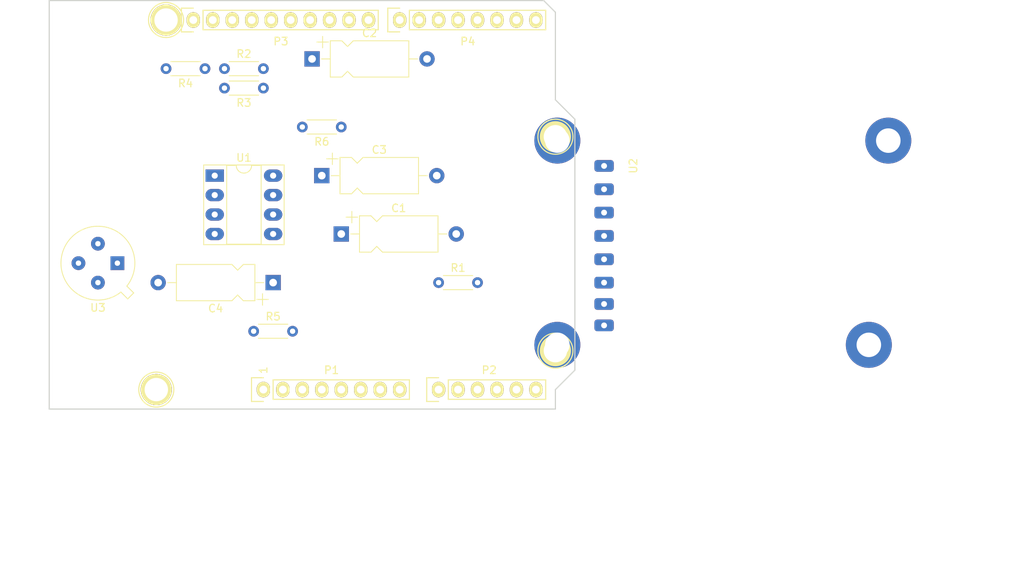
<source format=kicad_pcb>
(kicad_pcb (version 20171130) (host pcbnew "(5.0.0)")

  (general
    (thickness 1.6)
    (drawings 27)
    (tracks 0)
    (zones 0)
    (modules 21)
    (nets 50)
  )

  (page A4)
  (title_block
    (date "lun. 30 mars 2015")
  )

  (layers
    (0 F.Cu signal)
    (31 B.Cu signal)
    (32 B.Adhes user)
    (33 F.Adhes user)
    (34 B.Paste user)
    (35 F.Paste user)
    (36 B.SilkS user)
    (37 F.SilkS user)
    (38 B.Mask user)
    (39 F.Mask user)
    (40 Dwgs.User user)
    (41 Cmts.User user)
    (42 Eco1.User user)
    (43 Eco2.User user)
    (44 Edge.Cuts user)
    (45 Margin user)
    (46 B.CrtYd user)
    (47 F.CrtYd user)
    (48 B.Fab user)
    (49 F.Fab user)
  )

  (setup
    (last_trace_width 0.25)
    (trace_clearance 0.2)
    (zone_clearance 0.508)
    (zone_45_only no)
    (trace_min 0.2)
    (segment_width 0.15)
    (edge_width 0.15)
    (via_size 0.6)
    (via_drill 0.4)
    (via_min_size 0.4)
    (via_min_drill 0.3)
    (uvia_size 0.3)
    (uvia_drill 0.1)
    (uvias_allowed no)
    (uvia_min_size 0.2)
    (uvia_min_drill 0.1)
    (pcb_text_width 0.3)
    (pcb_text_size 1.5 1.5)
    (mod_edge_width 0.15)
    (mod_text_size 1 1)
    (mod_text_width 0.15)
    (pad_size 4.064 4.064)
    (pad_drill 3.048)
    (pad_to_mask_clearance 0)
    (aux_axis_origin 110.998 126.365)
    (grid_origin 110.998 126.365)
    (visible_elements 7FFFFFFF)
    (pcbplotparams
      (layerselection 0x00030_80000001)
      (usegerberextensions false)
      (usegerberattributes false)
      (usegerberadvancedattributes false)
      (creategerberjobfile false)
      (excludeedgelayer true)
      (linewidth 0.100000)
      (plotframeref false)
      (viasonmask false)
      (mode 1)
      (useauxorigin false)
      (hpglpennumber 1)
      (hpglpenspeed 20)
      (hpglpendiameter 15.000000)
      (psnegative false)
      (psa4output false)
      (plotreference true)
      (plotvalue true)
      (plotinvisibletext false)
      (padsonsilk false)
      (subtractmaskfromsilk false)
      (outputformat 1)
      (mirror false)
      (drillshape 1)
      (scaleselection 1)
      (outputdirectory ""))
  )

  (net 0 "")
  (net 1 /IOREF)
  (net 2 /Reset)
  (net 3 +5V)
  (net 4 GND)
  (net 5 /Vin)
  (net 6 /A0)
  (net 7 /A1)
  (net 8 /A2)
  (net 9 /A3)
  (net 10 /AREF)
  (net 11 "/A4(SDA)")
  (net 12 "/A5(SCL)")
  (net 13 "/9(**)")
  (net 14 /8)
  (net 15 /7)
  (net 16 "/6(**)")
  (net 17 "/5(**)")
  (net 18 /4)
  (net 19 "/3(**)")
  (net 20 /2)
  (net 21 "/1(Tx)")
  (net 22 "/0(Rx)")
  (net 23 "Net-(P5-Pad1)")
  (net 24 "Net-(P6-Pad1)")
  (net 25 "Net-(P7-Pad1)")
  (net 26 "Net-(P8-Pad1)")
  (net 27 "/13(SCK)")
  (net 28 "/10(**/SS)")
  (net 29 "Net-(P1-Pad1)")
  (net 30 +3V3)
  (net 31 "/12(MISO)")
  (net 32 "/11(**/MOSI)")
  (net 33 "Net-(C1-Pad1)")
  (net 34 "Net-(C4-Pad2)")
  (net 35 "Net-(C4-Pad1)")
  (net 36 "Net-(R2-Pad2)")
  (net 37 "Net-(R5-Pad1)")
  (net 38 "Net-(U1-Pad1)")
  (net 39 "Net-(U1-Pad5)")
  (net 40 "Net-(U1-Pad8)")
  (net 41 "Net-(U2-Pad7)")
  (net 42 "Net-(U2-Pad4)")
  (net 43 "Net-(U2-Pad3)")
  (net 44 "Net-(U2-Pad2)")
  (net 45 "Net-(U2-Pad1)")
  (net 46 "Net-(U3-Pad1)")
  (net 47 "Net-(U3-Pad3)")
  (net 48 "Net-(P3-Pad1)")
  (net 49 "Net-(P3-Pad2)")

  (net_class Default "This is the default net class."
    (clearance 0.2)
    (trace_width 0.25)
    (via_dia 0.6)
    (via_drill 0.4)
    (uvia_dia 0.3)
    (uvia_drill 0.1)
    (add_net +3V3)
    (add_net +5V)
    (add_net "/0(Rx)")
    (add_net "/1(Tx)")
    (add_net "/10(**/SS)")
    (add_net "/11(**/MOSI)")
    (add_net "/12(MISO)")
    (add_net "/13(SCK)")
    (add_net /2)
    (add_net "/3(**)")
    (add_net /4)
    (add_net "/5(**)")
    (add_net "/6(**)")
    (add_net /7)
    (add_net /8)
    (add_net "/9(**)")
    (add_net /A0)
    (add_net /A1)
    (add_net /A2)
    (add_net /A3)
    (add_net "/A4(SDA)")
    (add_net "/A5(SCL)")
    (add_net /AREF)
    (add_net /IOREF)
    (add_net /Reset)
    (add_net /Vin)
    (add_net GND)
    (add_net "Net-(C1-Pad1)")
    (add_net "Net-(C4-Pad1)")
    (add_net "Net-(C4-Pad2)")
    (add_net "Net-(P1-Pad1)")
    (add_net "Net-(P3-Pad1)")
    (add_net "Net-(P3-Pad2)")
    (add_net "Net-(P5-Pad1)")
    (add_net "Net-(P6-Pad1)")
    (add_net "Net-(P7-Pad1)")
    (add_net "Net-(P8-Pad1)")
    (add_net "Net-(R2-Pad2)")
    (add_net "Net-(R5-Pad1)")
    (add_net "Net-(U1-Pad1)")
    (add_net "Net-(U1-Pad5)")
    (add_net "Net-(U1-Pad8)")
    (add_net "Net-(U2-Pad1)")
    (add_net "Net-(U2-Pad2)")
    (add_net "Net-(U2-Pad3)")
    (add_net "Net-(U2-Pad4)")
    (add_net "Net-(U2-Pad7)")
    (add_net "Net-(U3-Pad1)")
    (add_net "Net-(U3-Pad3)")
  )

  (module Socket_Arduino_Uno:Socket_Strip_Arduino_1x08 locked (layer F.Cu) (tedit 552168D2) (tstamp 551AF9EA)
    (at 138.938 123.825)
    (descr "Through hole socket strip")
    (tags "socket strip")
    (path /56D70129)
    (fp_text reference P1 (at 8.89 -2.54) (layer F.SilkS)
      (effects (font (size 1 1) (thickness 0.15)))
    )
    (fp_text value Power (at 8.89 -4.064) (layer F.Fab)
      (effects (font (size 1 1) (thickness 0.15)))
    )
    (fp_line (start -1.75 -1.75) (end -1.75 1.75) (layer F.CrtYd) (width 0.05))
    (fp_line (start 19.55 -1.75) (end 19.55 1.75) (layer F.CrtYd) (width 0.05))
    (fp_line (start -1.75 -1.75) (end 19.55 -1.75) (layer F.CrtYd) (width 0.05))
    (fp_line (start -1.75 1.75) (end 19.55 1.75) (layer F.CrtYd) (width 0.05))
    (fp_line (start 1.27 1.27) (end 19.05 1.27) (layer F.SilkS) (width 0.15))
    (fp_line (start 19.05 1.27) (end 19.05 -1.27) (layer F.SilkS) (width 0.15))
    (fp_line (start 19.05 -1.27) (end 1.27 -1.27) (layer F.SilkS) (width 0.15))
    (fp_line (start -1.55 1.55) (end 0 1.55) (layer F.SilkS) (width 0.15))
    (fp_line (start 1.27 1.27) (end 1.27 -1.27) (layer F.SilkS) (width 0.15))
    (fp_line (start 0 -1.55) (end -1.55 -1.55) (layer F.SilkS) (width 0.15))
    (fp_line (start -1.55 -1.55) (end -1.55 1.55) (layer F.SilkS) (width 0.15))
    (pad 1 thru_hole oval (at 0 0) (size 1.7272 2.032) (drill 1.016) (layers *.Cu *.Mask F.SilkS)
      (net 29 "Net-(P1-Pad1)"))
    (pad 2 thru_hole oval (at 2.54 0) (size 1.7272 2.032) (drill 1.016) (layers *.Cu *.Mask F.SilkS)
      (net 1 /IOREF))
    (pad 3 thru_hole oval (at 5.08 0) (size 1.7272 2.032) (drill 1.016) (layers *.Cu *.Mask F.SilkS)
      (net 2 /Reset))
    (pad 4 thru_hole oval (at 7.62 0) (size 1.7272 2.032) (drill 1.016) (layers *.Cu *.Mask F.SilkS)
      (net 30 +3V3))
    (pad 5 thru_hole oval (at 10.16 0) (size 1.7272 2.032) (drill 1.016) (layers *.Cu *.Mask F.SilkS)
      (net 3 +5V))
    (pad 6 thru_hole oval (at 12.7 0) (size 1.7272 2.032) (drill 1.016) (layers *.Cu *.Mask F.SilkS)
      (net 4 GND))
    (pad 7 thru_hole oval (at 15.24 0) (size 1.7272 2.032) (drill 1.016) (layers *.Cu *.Mask F.SilkS)
      (net 4 GND))
    (pad 8 thru_hole oval (at 17.78 0) (size 1.7272 2.032) (drill 1.016) (layers *.Cu *.Mask F.SilkS)
      (net 5 /Vin))
    (model ${KIPRJMOD}/Socket_Arduino_Uno.3dshapes/Socket_header_Arduino_1x08.wrl
      (offset (xyz 8.889999866485596 0 0))
      (scale (xyz 1 1 1))
      (rotate (xyz 0 0 180))
    )
  )

  (module Socket_Arduino_Uno:Socket_Strip_Arduino_1x06 locked (layer F.Cu) (tedit 552168D6) (tstamp 551AF9FF)
    (at 161.798 123.825)
    (descr "Through hole socket strip")
    (tags "socket strip")
    (path /56D70DD8)
    (fp_text reference P2 (at 6.604 -2.54) (layer F.SilkS)
      (effects (font (size 1 1) (thickness 0.15)))
    )
    (fp_text value Analog (at 6.604 -4.064) (layer F.Fab)
      (effects (font (size 1 1) (thickness 0.15)))
    )
    (fp_line (start -1.75 -1.75) (end -1.75 1.75) (layer F.CrtYd) (width 0.05))
    (fp_line (start 14.45 -1.75) (end 14.45 1.75) (layer F.CrtYd) (width 0.05))
    (fp_line (start -1.75 -1.75) (end 14.45 -1.75) (layer F.CrtYd) (width 0.05))
    (fp_line (start -1.75 1.75) (end 14.45 1.75) (layer F.CrtYd) (width 0.05))
    (fp_line (start 1.27 1.27) (end 13.97 1.27) (layer F.SilkS) (width 0.15))
    (fp_line (start 13.97 1.27) (end 13.97 -1.27) (layer F.SilkS) (width 0.15))
    (fp_line (start 13.97 -1.27) (end 1.27 -1.27) (layer F.SilkS) (width 0.15))
    (fp_line (start -1.55 1.55) (end 0 1.55) (layer F.SilkS) (width 0.15))
    (fp_line (start 1.27 1.27) (end 1.27 -1.27) (layer F.SilkS) (width 0.15))
    (fp_line (start 0 -1.55) (end -1.55 -1.55) (layer F.SilkS) (width 0.15))
    (fp_line (start -1.55 -1.55) (end -1.55 1.55) (layer F.SilkS) (width 0.15))
    (pad 1 thru_hole oval (at 0 0) (size 1.7272 2.032) (drill 1.016) (layers *.Cu *.Mask F.SilkS)
      (net 6 /A0))
    (pad 2 thru_hole oval (at 2.54 0) (size 1.7272 2.032) (drill 1.016) (layers *.Cu *.Mask F.SilkS)
      (net 7 /A1))
    (pad 3 thru_hole oval (at 5.08 0) (size 1.7272 2.032) (drill 1.016) (layers *.Cu *.Mask F.SilkS)
      (net 8 /A2))
    (pad 4 thru_hole oval (at 7.62 0) (size 1.7272 2.032) (drill 1.016) (layers *.Cu *.Mask F.SilkS)
      (net 9 /A3))
    (pad 5 thru_hole oval (at 10.16 0) (size 1.7272 2.032) (drill 1.016) (layers *.Cu *.Mask F.SilkS)
      (net 11 "/A4(SDA)"))
    (pad 6 thru_hole oval (at 12.7 0) (size 1.7272 2.032) (drill 1.016) (layers *.Cu *.Mask F.SilkS)
      (net 12 "/A5(SCL)"))
    (model ${KIPRJMOD}/Socket_Arduino_Uno.3dshapes/Socket_header_Arduino_1x06.wrl
      (offset (xyz 6.349999904632568 0 0))
      (scale (xyz 1 1 1))
      (rotate (xyz 0 0 180))
    )
  )

  (module Socket_Arduino_Uno:Socket_Strip_Arduino_1x10 locked (layer F.Cu) (tedit 552168BF) (tstamp 551AFA18)
    (at 129.794 75.565)
    (descr "Through hole socket strip")
    (tags "socket strip")
    (path /56D721E0)
    (fp_text reference P3 (at 11.43 2.794) (layer F.SilkS)
      (effects (font (size 1 1) (thickness 0.15)))
    )
    (fp_text value Digital (at 11.43 4.318) (layer F.Fab)
      (effects (font (size 1 1) (thickness 0.15)))
    )
    (fp_line (start -1.75 -1.75) (end -1.75 1.75) (layer F.CrtYd) (width 0.05))
    (fp_line (start 24.65 -1.75) (end 24.65 1.75) (layer F.CrtYd) (width 0.05))
    (fp_line (start -1.75 -1.75) (end 24.65 -1.75) (layer F.CrtYd) (width 0.05))
    (fp_line (start -1.75 1.75) (end 24.65 1.75) (layer F.CrtYd) (width 0.05))
    (fp_line (start 1.27 1.27) (end 24.13 1.27) (layer F.SilkS) (width 0.15))
    (fp_line (start 24.13 1.27) (end 24.13 -1.27) (layer F.SilkS) (width 0.15))
    (fp_line (start 24.13 -1.27) (end 1.27 -1.27) (layer F.SilkS) (width 0.15))
    (fp_line (start -1.55 1.55) (end 0 1.55) (layer F.SilkS) (width 0.15))
    (fp_line (start 1.27 1.27) (end 1.27 -1.27) (layer F.SilkS) (width 0.15))
    (fp_line (start 0 -1.55) (end -1.55 -1.55) (layer F.SilkS) (width 0.15))
    (fp_line (start -1.55 -1.55) (end -1.55 1.55) (layer F.SilkS) (width 0.15))
    (pad 1 thru_hole oval (at 0 0) (size 1.7272 2.032) (drill 1.016) (layers *.Cu *.Mask F.SilkS)
      (net 48 "Net-(P3-Pad1)"))
    (pad 2 thru_hole oval (at 2.54 0) (size 1.7272 2.032) (drill 1.016) (layers *.Cu *.Mask F.SilkS)
      (net 49 "Net-(P3-Pad2)"))
    (pad 3 thru_hole oval (at 5.08 0) (size 1.7272 2.032) (drill 1.016) (layers *.Cu *.Mask F.SilkS)
      (net 10 /AREF))
    (pad 4 thru_hole oval (at 7.62 0) (size 1.7272 2.032) (drill 1.016) (layers *.Cu *.Mask F.SilkS)
      (net 4 GND))
    (pad 5 thru_hole oval (at 10.16 0) (size 1.7272 2.032) (drill 1.016) (layers *.Cu *.Mask F.SilkS)
      (net 27 "/13(SCK)"))
    (pad 6 thru_hole oval (at 12.7 0) (size 1.7272 2.032) (drill 1.016) (layers *.Cu *.Mask F.SilkS)
      (net 31 "/12(MISO)"))
    (pad 7 thru_hole oval (at 15.24 0) (size 1.7272 2.032) (drill 1.016) (layers *.Cu *.Mask F.SilkS)
      (net 32 "/11(**/MOSI)"))
    (pad 8 thru_hole oval (at 17.78 0) (size 1.7272 2.032) (drill 1.016) (layers *.Cu *.Mask F.SilkS)
      (net 28 "/10(**/SS)"))
    (pad 9 thru_hole oval (at 20.32 0) (size 1.7272 2.032) (drill 1.016) (layers *.Cu *.Mask F.SilkS)
      (net 13 "/9(**)"))
    (pad 10 thru_hole oval (at 22.86 0) (size 1.7272 2.032) (drill 1.016) (layers *.Cu *.Mask F.SilkS)
      (net 14 /8))
    (model ${KIPRJMOD}/Socket_Arduino_Uno.3dshapes/Socket_header_Arduino_1x10.wrl
      (offset (xyz 11.42999982833862 0 0))
      (scale (xyz 1 1 1))
      (rotate (xyz 0 0 180))
    )
  )

  (module Socket_Arduino_Uno:Socket_Strip_Arduino_1x08 locked (layer F.Cu) (tedit 552168C7) (tstamp 551AFA2F)
    (at 156.718 75.565)
    (descr "Through hole socket strip")
    (tags "socket strip")
    (path /56D7164F)
    (fp_text reference P4 (at 8.89 2.794) (layer F.SilkS)
      (effects (font (size 1 1) (thickness 0.15)))
    )
    (fp_text value Digital (at 8.89 4.318) (layer F.Fab)
      (effects (font (size 1 1) (thickness 0.15)))
    )
    (fp_line (start -1.75 -1.75) (end -1.75 1.75) (layer F.CrtYd) (width 0.05))
    (fp_line (start 19.55 -1.75) (end 19.55 1.75) (layer F.CrtYd) (width 0.05))
    (fp_line (start -1.75 -1.75) (end 19.55 -1.75) (layer F.CrtYd) (width 0.05))
    (fp_line (start -1.75 1.75) (end 19.55 1.75) (layer F.CrtYd) (width 0.05))
    (fp_line (start 1.27 1.27) (end 19.05 1.27) (layer F.SilkS) (width 0.15))
    (fp_line (start 19.05 1.27) (end 19.05 -1.27) (layer F.SilkS) (width 0.15))
    (fp_line (start 19.05 -1.27) (end 1.27 -1.27) (layer F.SilkS) (width 0.15))
    (fp_line (start -1.55 1.55) (end 0 1.55) (layer F.SilkS) (width 0.15))
    (fp_line (start 1.27 1.27) (end 1.27 -1.27) (layer F.SilkS) (width 0.15))
    (fp_line (start 0 -1.55) (end -1.55 -1.55) (layer F.SilkS) (width 0.15))
    (fp_line (start -1.55 -1.55) (end -1.55 1.55) (layer F.SilkS) (width 0.15))
    (pad 1 thru_hole oval (at 0 0) (size 1.7272 2.032) (drill 1.016) (layers *.Cu *.Mask F.SilkS)
      (net 15 /7))
    (pad 2 thru_hole oval (at 2.54 0) (size 1.7272 2.032) (drill 1.016) (layers *.Cu *.Mask F.SilkS)
      (net 16 "/6(**)"))
    (pad 3 thru_hole oval (at 5.08 0) (size 1.7272 2.032) (drill 1.016) (layers *.Cu *.Mask F.SilkS)
      (net 17 "/5(**)"))
    (pad 4 thru_hole oval (at 7.62 0) (size 1.7272 2.032) (drill 1.016) (layers *.Cu *.Mask F.SilkS)
      (net 18 /4))
    (pad 5 thru_hole oval (at 10.16 0) (size 1.7272 2.032) (drill 1.016) (layers *.Cu *.Mask F.SilkS)
      (net 19 "/3(**)"))
    (pad 6 thru_hole oval (at 12.7 0) (size 1.7272 2.032) (drill 1.016) (layers *.Cu *.Mask F.SilkS)
      (net 20 /2))
    (pad 7 thru_hole oval (at 15.24 0) (size 1.7272 2.032) (drill 1.016) (layers *.Cu *.Mask F.SilkS)
      (net 21 "/1(Tx)"))
    (pad 8 thru_hole oval (at 17.78 0) (size 1.7272 2.032) (drill 1.016) (layers *.Cu *.Mask F.SilkS)
      (net 22 "/0(Rx)"))
    (model ${KIPRJMOD}/Socket_Arduino_Uno.3dshapes/Socket_header_Arduino_1x08.wrl
      (offset (xyz 8.889999866485596 0 0))
      (scale (xyz 1 1 1))
      (rotate (xyz 0 0 180))
    )
  )

  (module Socket_Arduino_Uno:Arduino_1pin locked (layer F.Cu) (tedit 5524FC39) (tstamp 5524FC3F)
    (at 124.968 123.825)
    (descr "module 1 pin (ou trou mecanique de percage)")
    (tags DEV)
    (path /56D71177)
    (fp_text reference P5 (at 0 -3.048) (layer F.SilkS) hide
      (effects (font (size 1 1) (thickness 0.15)))
    )
    (fp_text value CONN_01X01 (at 0 2.794) (layer F.Fab) hide
      (effects (font (size 1 1) (thickness 0.15)))
    )
    (fp_circle (center 0 0) (end 0 -2.286) (layer F.SilkS) (width 0.15))
    (pad 1 thru_hole circle (at 0 0) (size 4.064 4.064) (drill 3.048) (layers *.Cu *.Mask F.SilkS)
      (net 23 "Net-(P5-Pad1)"))
  )

  (module Socket_Arduino_Uno:Arduino_1pin locked (layer F.Cu) (tedit 5524FC4A) (tstamp 5524FC44)
    (at 177.038 118.745)
    (descr "module 1 pin (ou trou mecanique de percage)")
    (tags DEV)
    (path /56D71274)
    (fp_text reference P6 (at 0 -3.048) (layer F.SilkS) hide
      (effects (font (size 1 1) (thickness 0.15)))
    )
    (fp_text value CONN_01X01 (at 0 2.794) (layer F.Fab) hide
      (effects (font (size 1 1) (thickness 0.15)))
    )
    (fp_circle (center 0 0) (end 0 -2.286) (layer F.SilkS) (width 0.15))
    (pad 1 thru_hole circle (at 0 0) (size 4.064 4.064) (drill 3.048) (layers *.Cu *.Mask F.SilkS)
      (net 24 "Net-(P6-Pad1)"))
  )

  (module Socket_Arduino_Uno:Arduino_1pin locked (layer F.Cu) (tedit 5524FC2F) (tstamp 5524FC49)
    (at 126.238 75.565)
    (descr "module 1 pin (ou trou mecanique de percage)")
    (tags DEV)
    (path /56D712A8)
    (fp_text reference P7 (at 0 -3.048) (layer F.SilkS) hide
      (effects (font (size 1 1) (thickness 0.15)))
    )
    (fp_text value CONN_01X01 (at 0 2.794) (layer F.Fab) hide
      (effects (font (size 1 1) (thickness 0.15)))
    )
    (fp_circle (center 0 0) (end 0 -2.286) (layer F.SilkS) (width 0.15))
    (pad 1 thru_hole circle (at 0 0) (size 4.064 4.064) (drill 3.048) (layers *.Cu *.Mask F.SilkS)
      (net 25 "Net-(P7-Pad1)"))
  )

  (module Socket_Arduino_Uno:Arduino_1pin locked (layer F.Cu) (tedit 5524FC41) (tstamp 5524FC4E)
    (at 177.038 90.805)
    (descr "module 1 pin (ou trou mecanique de percage)")
    (tags DEV)
    (path /56D712DB)
    (fp_text reference P8 (at 0 -3.048) (layer F.SilkS) hide
      (effects (font (size 1 1) (thickness 0.15)))
    )
    (fp_text value CONN_01X01 (at 0 2.794) (layer F.Fab) hide
      (effects (font (size 1 1) (thickness 0.15)))
    )
    (fp_circle (center 0 0) (end 0 -2.286) (layer F.SilkS) (width 0.15))
    (pad 1 thru_hole circle (at 0 0) (size 4.064 4.064) (drill 3.048) (layers *.Cu *.Mask F.SilkS)
      (net 26 "Net-(P8-Pad1)"))
  )

  (module Capacitor_THT:CP_Axial_L10.0mm_D4.5mm_P15.00mm_Horizontal (layer F.Cu) (tedit 5AE50EF2) (tstamp 5C16E54E)
    (at 149.098 103.505)
    (descr "CP, Axial series, Axial, Horizontal, pin pitch=15mm, , length*diameter=10*4.5mm^2, Electrolytic Capacitor, , http://www.vishay.com/docs/28325/021asm.pdf")
    (tags "CP Axial series Axial Horizontal pin pitch 15mm  length 10mm diameter 4.5mm Electrolytic Capacitor")
    (path /5BFF0630)
    (fp_text reference C1 (at 7.5 -3.37) (layer F.SilkS)
      (effects (font (size 1 1) (thickness 0.15)))
    )
    (fp_text value 100n (at 7.5 3.37) (layer F.Fab)
      (effects (font (size 1 1) (thickness 0.15)))
    )
    (fp_text user %R (at 7.5 0) (layer F.Fab)
      (effects (font (size 1 1) (thickness 0.15)))
    )
    (fp_line (start 16.25 -2.5) (end -1.25 -2.5) (layer F.CrtYd) (width 0.05))
    (fp_line (start 16.25 2.5) (end 16.25 -2.5) (layer F.CrtYd) (width 0.05))
    (fp_line (start -1.25 2.5) (end 16.25 2.5) (layer F.CrtYd) (width 0.05))
    (fp_line (start -1.25 -2.5) (end -1.25 2.5) (layer F.CrtYd) (width 0.05))
    (fp_line (start 13.76 0) (end 12.62 0) (layer F.SilkS) (width 0.12))
    (fp_line (start 1.24 0) (end 2.38 0) (layer F.SilkS) (width 0.12))
    (fp_line (start 5.38 2.37) (end 12.62 2.37) (layer F.SilkS) (width 0.12))
    (fp_line (start 4.63 1.62) (end 5.38 2.37) (layer F.SilkS) (width 0.12))
    (fp_line (start 3.88 2.37) (end 4.63 1.62) (layer F.SilkS) (width 0.12))
    (fp_line (start 2.38 2.37) (end 3.88 2.37) (layer F.SilkS) (width 0.12))
    (fp_line (start 5.38 -2.37) (end 12.62 -2.37) (layer F.SilkS) (width 0.12))
    (fp_line (start 4.63 -1.62) (end 5.38 -2.37) (layer F.SilkS) (width 0.12))
    (fp_line (start 3.88 -2.37) (end 4.63 -1.62) (layer F.SilkS) (width 0.12))
    (fp_line (start 2.38 -2.37) (end 3.88 -2.37) (layer F.SilkS) (width 0.12))
    (fp_line (start 12.62 -2.37) (end 12.62 2.37) (layer F.SilkS) (width 0.12))
    (fp_line (start 2.38 -2.37) (end 2.38 2.37) (layer F.SilkS) (width 0.12))
    (fp_line (start 1.38 -2.95) (end 1.38 -1.45) (layer F.SilkS) (width 0.12))
    (fp_line (start 0.63 -2.2) (end 2.13 -2.2) (layer F.SilkS) (width 0.12))
    (fp_line (start 4.65 -0.75) (end 4.65 0.75) (layer F.Fab) (width 0.1))
    (fp_line (start 3.9 0) (end 5.4 0) (layer F.Fab) (width 0.1))
    (fp_line (start 15 0) (end 12.5 0) (layer F.Fab) (width 0.1))
    (fp_line (start 0 0) (end 2.5 0) (layer F.Fab) (width 0.1))
    (fp_line (start 5.38 2.25) (end 12.5 2.25) (layer F.Fab) (width 0.1))
    (fp_line (start 4.63 1.5) (end 5.38 2.25) (layer F.Fab) (width 0.1))
    (fp_line (start 3.88 2.25) (end 4.63 1.5) (layer F.Fab) (width 0.1))
    (fp_line (start 2.5 2.25) (end 3.88 2.25) (layer F.Fab) (width 0.1))
    (fp_line (start 5.38 -2.25) (end 12.5 -2.25) (layer F.Fab) (width 0.1))
    (fp_line (start 4.63 -1.5) (end 5.38 -2.25) (layer F.Fab) (width 0.1))
    (fp_line (start 3.88 -2.25) (end 4.63 -1.5) (layer F.Fab) (width 0.1))
    (fp_line (start 2.5 -2.25) (end 3.88 -2.25) (layer F.Fab) (width 0.1))
    (fp_line (start 12.5 -2.25) (end 12.5 2.25) (layer F.Fab) (width 0.1))
    (fp_line (start 2.5 -2.25) (end 2.5 2.25) (layer F.Fab) (width 0.1))
    (pad 2 thru_hole oval (at 15 0) (size 2 2) (drill 1) (layers *.Cu *.Mask)
      (net 4 GND))
    (pad 1 thru_hole rect (at 0 0) (size 2 2) (drill 1) (layers *.Cu *.Mask)
      (net 33 "Net-(C1-Pad1)"))
    (model ${KISYS3DMOD}/Capacitor_THT.3dshapes/CP_Axial_L10.0mm_D4.5mm_P15.00mm_Horizontal.wrl
      (at (xyz 0 0 0))
      (scale (xyz 1 1 1))
      (rotate (xyz 0 0 0))
    )
  )

  (module Capacitor_THT:CP_Axial_L10.0mm_D4.5mm_P15.00mm_Horizontal (layer F.Cu) (tedit 5AE50EF2) (tstamp 5C16E575)
    (at 145.288 80.645)
    (descr "CP, Axial series, Axial, Horizontal, pin pitch=15mm, , length*diameter=10*4.5mm^2, Electrolytic Capacitor, , http://www.vishay.com/docs/28325/021asm.pdf")
    (tags "CP Axial series Axial Horizontal pin pitch 15mm  length 10mm diameter 4.5mm Electrolytic Capacitor")
    (path /5BFF058C)
    (fp_text reference C2 (at 7.5 -3.37) (layer F.SilkS)
      (effects (font (size 1 1) (thickness 0.15)))
    )
    (fp_text value 100n (at 7.5 3.37) (layer F.Fab)
      (effects (font (size 1 1) (thickness 0.15)))
    )
    (fp_line (start 2.5 -2.25) (end 2.5 2.25) (layer F.Fab) (width 0.1))
    (fp_line (start 12.5 -2.25) (end 12.5 2.25) (layer F.Fab) (width 0.1))
    (fp_line (start 2.5 -2.25) (end 3.88 -2.25) (layer F.Fab) (width 0.1))
    (fp_line (start 3.88 -2.25) (end 4.63 -1.5) (layer F.Fab) (width 0.1))
    (fp_line (start 4.63 -1.5) (end 5.38 -2.25) (layer F.Fab) (width 0.1))
    (fp_line (start 5.38 -2.25) (end 12.5 -2.25) (layer F.Fab) (width 0.1))
    (fp_line (start 2.5 2.25) (end 3.88 2.25) (layer F.Fab) (width 0.1))
    (fp_line (start 3.88 2.25) (end 4.63 1.5) (layer F.Fab) (width 0.1))
    (fp_line (start 4.63 1.5) (end 5.38 2.25) (layer F.Fab) (width 0.1))
    (fp_line (start 5.38 2.25) (end 12.5 2.25) (layer F.Fab) (width 0.1))
    (fp_line (start 0 0) (end 2.5 0) (layer F.Fab) (width 0.1))
    (fp_line (start 15 0) (end 12.5 0) (layer F.Fab) (width 0.1))
    (fp_line (start 3.9 0) (end 5.4 0) (layer F.Fab) (width 0.1))
    (fp_line (start 4.65 -0.75) (end 4.65 0.75) (layer F.Fab) (width 0.1))
    (fp_line (start 0.63 -2.2) (end 2.13 -2.2) (layer F.SilkS) (width 0.12))
    (fp_line (start 1.38 -2.95) (end 1.38 -1.45) (layer F.SilkS) (width 0.12))
    (fp_line (start 2.38 -2.37) (end 2.38 2.37) (layer F.SilkS) (width 0.12))
    (fp_line (start 12.62 -2.37) (end 12.62 2.37) (layer F.SilkS) (width 0.12))
    (fp_line (start 2.38 -2.37) (end 3.88 -2.37) (layer F.SilkS) (width 0.12))
    (fp_line (start 3.88 -2.37) (end 4.63 -1.62) (layer F.SilkS) (width 0.12))
    (fp_line (start 4.63 -1.62) (end 5.38 -2.37) (layer F.SilkS) (width 0.12))
    (fp_line (start 5.38 -2.37) (end 12.62 -2.37) (layer F.SilkS) (width 0.12))
    (fp_line (start 2.38 2.37) (end 3.88 2.37) (layer F.SilkS) (width 0.12))
    (fp_line (start 3.88 2.37) (end 4.63 1.62) (layer F.SilkS) (width 0.12))
    (fp_line (start 4.63 1.62) (end 5.38 2.37) (layer F.SilkS) (width 0.12))
    (fp_line (start 5.38 2.37) (end 12.62 2.37) (layer F.SilkS) (width 0.12))
    (fp_line (start 1.24 0) (end 2.38 0) (layer F.SilkS) (width 0.12))
    (fp_line (start 13.76 0) (end 12.62 0) (layer F.SilkS) (width 0.12))
    (fp_line (start -1.25 -2.5) (end -1.25 2.5) (layer F.CrtYd) (width 0.05))
    (fp_line (start -1.25 2.5) (end 16.25 2.5) (layer F.CrtYd) (width 0.05))
    (fp_line (start 16.25 2.5) (end 16.25 -2.5) (layer F.CrtYd) (width 0.05))
    (fp_line (start 16.25 -2.5) (end -1.25 -2.5) (layer F.CrtYd) (width 0.05))
    (fp_text user %R (at 8.89 0) (layer F.Fab)
      (effects (font (size 1 1) (thickness 0.15)))
    )
    (pad 1 thru_hole rect (at 0 0) (size 2 2) (drill 1) (layers *.Cu *.Mask)
      (net 4 GND))
    (pad 2 thru_hole oval (at 15 0) (size 2 2) (drill 1) (layers *.Cu *.Mask)
      (net 6 /A0))
    (model ${KISYS3DMOD}/Capacitor_THT.3dshapes/CP_Axial_L10.0mm_D4.5mm_P15.00mm_Horizontal.wrl
      (at (xyz 0 0 0))
      (scale (xyz 1 1 1))
      (rotate (xyz 0 0 0))
    )
  )

  (module Capacitor_THT:CP_Axial_L10.0mm_D4.5mm_P15.00mm_Horizontal (layer F.Cu) (tedit 5AE50EF2) (tstamp 5C16E59C)
    (at 146.558 95.885)
    (descr "CP, Axial series, Axial, Horizontal, pin pitch=15mm, , length*diameter=10*4.5mm^2, Electrolytic Capacitor, , http://www.vishay.com/docs/28325/021asm.pdf")
    (tags "CP Axial series Axial Horizontal pin pitch 15mm  length 10mm diameter 4.5mm Electrolytic Capacitor")
    (path /5BFF06F4)
    (fp_text reference C3 (at 7.5 -3.37) (layer F.SilkS)
      (effects (font (size 1 1) (thickness 0.15)))
    )
    (fp_text value 100n (at 7.5 3.37) (layer F.Fab)
      (effects (font (size 1 1) (thickness 0.15)))
    )
    (fp_line (start 2.5 -2.25) (end 2.5 2.25) (layer F.Fab) (width 0.1))
    (fp_line (start 12.5 -2.25) (end 12.5 2.25) (layer F.Fab) (width 0.1))
    (fp_line (start 2.5 -2.25) (end 3.88 -2.25) (layer F.Fab) (width 0.1))
    (fp_line (start 3.88 -2.25) (end 4.63 -1.5) (layer F.Fab) (width 0.1))
    (fp_line (start 4.63 -1.5) (end 5.38 -2.25) (layer F.Fab) (width 0.1))
    (fp_line (start 5.38 -2.25) (end 12.5 -2.25) (layer F.Fab) (width 0.1))
    (fp_line (start 2.5 2.25) (end 3.88 2.25) (layer F.Fab) (width 0.1))
    (fp_line (start 3.88 2.25) (end 4.63 1.5) (layer F.Fab) (width 0.1))
    (fp_line (start 4.63 1.5) (end 5.38 2.25) (layer F.Fab) (width 0.1))
    (fp_line (start 5.38 2.25) (end 12.5 2.25) (layer F.Fab) (width 0.1))
    (fp_line (start 0 0) (end 2.5 0) (layer F.Fab) (width 0.1))
    (fp_line (start 15 0) (end 12.5 0) (layer F.Fab) (width 0.1))
    (fp_line (start 3.9 0) (end 5.4 0) (layer F.Fab) (width 0.1))
    (fp_line (start 4.65 -0.75) (end 4.65 0.75) (layer F.Fab) (width 0.1))
    (fp_line (start 0.63 -2.2) (end 2.13 -2.2) (layer F.SilkS) (width 0.12))
    (fp_line (start 1.38 -2.95) (end 1.38 -1.45) (layer F.SilkS) (width 0.12))
    (fp_line (start 2.38 -2.37) (end 2.38 2.37) (layer F.SilkS) (width 0.12))
    (fp_line (start 12.62 -2.37) (end 12.62 2.37) (layer F.SilkS) (width 0.12))
    (fp_line (start 2.38 -2.37) (end 3.88 -2.37) (layer F.SilkS) (width 0.12))
    (fp_line (start 3.88 -2.37) (end 4.63 -1.62) (layer F.SilkS) (width 0.12))
    (fp_line (start 4.63 -1.62) (end 5.38 -2.37) (layer F.SilkS) (width 0.12))
    (fp_line (start 5.38 -2.37) (end 12.62 -2.37) (layer F.SilkS) (width 0.12))
    (fp_line (start 2.38 2.37) (end 3.88 2.37) (layer F.SilkS) (width 0.12))
    (fp_line (start 3.88 2.37) (end 4.63 1.62) (layer F.SilkS) (width 0.12))
    (fp_line (start 4.63 1.62) (end 5.38 2.37) (layer F.SilkS) (width 0.12))
    (fp_line (start 5.38 2.37) (end 12.62 2.37) (layer F.SilkS) (width 0.12))
    (fp_line (start 1.24 0) (end 2.38 0) (layer F.SilkS) (width 0.12))
    (fp_line (start 13.76 0) (end 12.62 0) (layer F.SilkS) (width 0.12))
    (fp_line (start -1.25 -2.5) (end -1.25 2.5) (layer F.CrtYd) (width 0.05))
    (fp_line (start -1.25 2.5) (end 16.25 2.5) (layer F.CrtYd) (width 0.05))
    (fp_line (start 16.25 2.5) (end 16.25 -2.5) (layer F.CrtYd) (width 0.05))
    (fp_line (start 16.25 -2.5) (end -1.25 -2.5) (layer F.CrtYd) (width 0.05))
    (fp_text user %R (at 7.62 0) (layer F.Fab)
      (effects (font (size 1 1) (thickness 0.15)))
    )
    (pad 1 thru_hole rect (at 0 0) (size 2 2) (drill 1) (layers *.Cu *.Mask)
      (net 3 +5V))
    (pad 2 thru_hole oval (at 15 0) (size 2 2) (drill 1) (layers *.Cu *.Mask)
      (net 4 GND))
    (model ${KISYS3DMOD}/Capacitor_THT.3dshapes/CP_Axial_L10.0mm_D4.5mm_P15.00mm_Horizontal.wrl
      (at (xyz 0 0 0))
      (scale (xyz 1 1 1))
      (rotate (xyz 0 0 0))
    )
  )

  (module Capacitor_THT:CP_Axial_L10.0mm_D4.5mm_P15.00mm_Horizontal (layer F.Cu) (tedit 5AE50EF2) (tstamp 5C16E5C3)
    (at 140.208 109.855 180)
    (descr "CP, Axial series, Axial, Horizontal, pin pitch=15mm, , length*diameter=10*4.5mm^2, Electrolytic Capacitor, , http://www.vishay.com/docs/28325/021asm.pdf")
    (tags "CP Axial series Axial Horizontal pin pitch 15mm  length 10mm diameter 4.5mm Electrolytic Capacitor")
    (path /5BFF04B6)
    (fp_text reference C4 (at 7.5 -3.37 180) (layer F.SilkS)
      (effects (font (size 1 1) (thickness 0.15)))
    )
    (fp_text value 1u (at 7.5 3.37 180) (layer F.Fab)
      (effects (font (size 1 1) (thickness 0.15)))
    )
    (fp_line (start 2.5 -2.25) (end 2.5 2.25) (layer F.Fab) (width 0.1))
    (fp_line (start 12.5 -2.25) (end 12.5 2.25) (layer F.Fab) (width 0.1))
    (fp_line (start 2.5 -2.25) (end 3.88 -2.25) (layer F.Fab) (width 0.1))
    (fp_line (start 3.88 -2.25) (end 4.63 -1.5) (layer F.Fab) (width 0.1))
    (fp_line (start 4.63 -1.5) (end 5.38 -2.25) (layer F.Fab) (width 0.1))
    (fp_line (start 5.38 -2.25) (end 12.5 -2.25) (layer F.Fab) (width 0.1))
    (fp_line (start 2.5 2.25) (end 3.88 2.25) (layer F.Fab) (width 0.1))
    (fp_line (start 3.88 2.25) (end 4.63 1.5) (layer F.Fab) (width 0.1))
    (fp_line (start 4.63 1.5) (end 5.38 2.25) (layer F.Fab) (width 0.1))
    (fp_line (start 5.38 2.25) (end 12.5 2.25) (layer F.Fab) (width 0.1))
    (fp_line (start 0 0) (end 2.5 0) (layer F.Fab) (width 0.1))
    (fp_line (start 15 0) (end 12.5 0) (layer F.Fab) (width 0.1))
    (fp_line (start 3.9 0) (end 5.4 0) (layer F.Fab) (width 0.1))
    (fp_line (start 4.65 -0.75) (end 4.65 0.75) (layer F.Fab) (width 0.1))
    (fp_line (start 0.63 -2.2) (end 2.13 -2.2) (layer F.SilkS) (width 0.12))
    (fp_line (start 1.38 -2.95) (end 1.38 -1.45) (layer F.SilkS) (width 0.12))
    (fp_line (start 2.38 -2.37) (end 2.38 2.37) (layer F.SilkS) (width 0.12))
    (fp_line (start 12.62 -2.37) (end 12.62 2.37) (layer F.SilkS) (width 0.12))
    (fp_line (start 2.38 -2.37) (end 3.88 -2.37) (layer F.SilkS) (width 0.12))
    (fp_line (start 3.88 -2.37) (end 4.63 -1.62) (layer F.SilkS) (width 0.12))
    (fp_line (start 4.63 -1.62) (end 5.38 -2.37) (layer F.SilkS) (width 0.12))
    (fp_line (start 5.38 -2.37) (end 12.62 -2.37) (layer F.SilkS) (width 0.12))
    (fp_line (start 2.38 2.37) (end 3.88 2.37) (layer F.SilkS) (width 0.12))
    (fp_line (start 3.88 2.37) (end 4.63 1.62) (layer F.SilkS) (width 0.12))
    (fp_line (start 4.63 1.62) (end 5.38 2.37) (layer F.SilkS) (width 0.12))
    (fp_line (start 5.38 2.37) (end 12.62 2.37) (layer F.SilkS) (width 0.12))
    (fp_line (start 1.24 0) (end 2.38 0) (layer F.SilkS) (width 0.12))
    (fp_line (start 13.76 0) (end 12.62 0) (layer F.SilkS) (width 0.12))
    (fp_line (start -1.25 -2.5) (end -1.25 2.5) (layer F.CrtYd) (width 0.05))
    (fp_line (start -1.25 2.5) (end 16.25 2.5) (layer F.CrtYd) (width 0.05))
    (fp_line (start 16.25 2.5) (end 16.25 -2.5) (layer F.CrtYd) (width 0.05))
    (fp_line (start 16.25 -2.5) (end -1.25 -2.5) (layer F.CrtYd) (width 0.05))
    (fp_text user %R (at 7.5 0 180) (layer F.Fab)
      (effects (font (size 1 1) (thickness 0.15)))
    )
    (pad 1 thru_hole rect (at 0 0 180) (size 2 2) (drill 1) (layers *.Cu *.Mask)
      (net 35 "Net-(C4-Pad1)"))
    (pad 2 thru_hole oval (at 15 0 180) (size 2 2) (drill 1) (layers *.Cu *.Mask)
      (net 34 "Net-(C4-Pad2)"))
    (model ${KISYS3DMOD}/Capacitor_THT.3dshapes/CP_Axial_L10.0mm_D4.5mm_P15.00mm_Horizontal.wrl
      (at (xyz 0 0 0))
      (scale (xyz 1 1 1))
      (rotate (xyz 0 0 0))
    )
  )

  (module Resistor_THT:R_Axial_DIN0204_L3.6mm_D1.6mm_P5.08mm_Horizontal (layer F.Cu) (tedit 5AE5139B) (tstamp 5C16E5D6)
    (at 161.798 109.855)
    (descr "Resistor, Axial_DIN0204 series, Axial, Horizontal, pin pitch=5.08mm, 0.167W, length*diameter=3.6*1.6mm^2, http://cdn-reichelt.de/documents/datenblatt/B400/1_4W%23YAG.pdf")
    (tags "Resistor Axial_DIN0204 series Axial Horizontal pin pitch 5.08mm 0.167W length 3.6mm diameter 1.6mm")
    (path /5BFF1987)
    (fp_text reference R1 (at 2.54 -1.92) (layer F.SilkS)
      (effects (font (size 1 1) (thickness 0.15)))
    )
    (fp_text value 100k (at 2.54 1.92) (layer F.Fab)
      (effects (font (size 1 1) (thickness 0.15)))
    )
    (fp_line (start 0.74 -0.8) (end 0.74 0.8) (layer F.Fab) (width 0.1))
    (fp_line (start 0.74 0.8) (end 4.34 0.8) (layer F.Fab) (width 0.1))
    (fp_line (start 4.34 0.8) (end 4.34 -0.8) (layer F.Fab) (width 0.1))
    (fp_line (start 4.34 -0.8) (end 0.74 -0.8) (layer F.Fab) (width 0.1))
    (fp_line (start 0 0) (end 0.74 0) (layer F.Fab) (width 0.1))
    (fp_line (start 5.08 0) (end 4.34 0) (layer F.Fab) (width 0.1))
    (fp_line (start 0.62 -0.92) (end 4.46 -0.92) (layer F.SilkS) (width 0.12))
    (fp_line (start 0.62 0.92) (end 4.46 0.92) (layer F.SilkS) (width 0.12))
    (fp_line (start -0.95 -1.05) (end -0.95 1.05) (layer F.CrtYd) (width 0.05))
    (fp_line (start -0.95 1.05) (end 6.03 1.05) (layer F.CrtYd) (width 0.05))
    (fp_line (start 6.03 1.05) (end 6.03 -1.05) (layer F.CrtYd) (width 0.05))
    (fp_line (start 6.03 -1.05) (end -0.95 -1.05) (layer F.CrtYd) (width 0.05))
    (fp_text user %R (at 2.54 0) (layer F.Fab)
      (effects (font (size 0.72 0.72) (thickness 0.108)))
    )
    (pad 1 thru_hole circle (at 0 0) (size 1.4 1.4) (drill 0.7) (layers *.Cu *.Mask)
      (net 33 "Net-(C1-Pad1)"))
    (pad 2 thru_hole oval (at 5.08 0) (size 1.4 1.4) (drill 0.7) (layers *.Cu *.Mask)
      (net 4 GND))
    (model ${KISYS3DMOD}/Resistor_THT.3dshapes/R_Axial_DIN0204_L3.6mm_D1.6mm_P5.08mm_Horizontal.wrl
      (at (xyz 0 0 0))
      (scale (xyz 1 1 1))
      (rotate (xyz 0 0 0))
    )
  )

  (module Resistor_THT:R_Axial_DIN0204_L3.6mm_D1.6mm_P5.08mm_Horizontal (layer F.Cu) (tedit 5AE5139B) (tstamp 5C16E5E9)
    (at 133.858 81.915)
    (descr "Resistor, Axial_DIN0204 series, Axial, Horizontal, pin pitch=5.08mm, 0.167W, length*diameter=3.6*1.6mm^2, http://cdn-reichelt.de/documents/datenblatt/B400/1_4W%23YAG.pdf")
    (tags "Resistor Axial_DIN0204 series Axial Horizontal pin pitch 5.08mm 0.167W length 3.6mm diameter 1.6mm")
    (path /5BFF078F)
    (fp_text reference R2 (at 2.54 -1.92) (layer F.SilkS)
      (effects (font (size 1 1) (thickness 0.15)))
    )
    (fp_text value 1k (at 2.54 1.92) (layer F.Fab)
      (effects (font (size 1 1) (thickness 0.15)))
    )
    (fp_line (start 0.74 -0.8) (end 0.74 0.8) (layer F.Fab) (width 0.1))
    (fp_line (start 0.74 0.8) (end 4.34 0.8) (layer F.Fab) (width 0.1))
    (fp_line (start 4.34 0.8) (end 4.34 -0.8) (layer F.Fab) (width 0.1))
    (fp_line (start 4.34 -0.8) (end 0.74 -0.8) (layer F.Fab) (width 0.1))
    (fp_line (start 0 0) (end 0.74 0) (layer F.Fab) (width 0.1))
    (fp_line (start 5.08 0) (end 4.34 0) (layer F.Fab) (width 0.1))
    (fp_line (start 0.62 -0.92) (end 4.46 -0.92) (layer F.SilkS) (width 0.12))
    (fp_line (start 0.62 0.92) (end 4.46 0.92) (layer F.SilkS) (width 0.12))
    (fp_line (start -0.95 -1.05) (end -0.95 1.05) (layer F.CrtYd) (width 0.05))
    (fp_line (start -0.95 1.05) (end 6.03 1.05) (layer F.CrtYd) (width 0.05))
    (fp_line (start 6.03 1.05) (end 6.03 -1.05) (layer F.CrtYd) (width 0.05))
    (fp_line (start 6.03 -1.05) (end -0.95 -1.05) (layer F.CrtYd) (width 0.05))
    (fp_text user %R (at 2.54 0) (layer F.Fab)
      (effects (font (size 0.72 0.72) (thickness 0.108)))
    )
    (pad 1 thru_hole circle (at 0 0) (size 1.4 1.4) (drill 0.7) (layers *.Cu *.Mask)
      (net 34 "Net-(C4-Pad2)"))
    (pad 2 thru_hole oval (at 5.08 0) (size 1.4 1.4) (drill 0.7) (layers *.Cu *.Mask)
      (net 36 "Net-(R2-Pad2)"))
    (model ${KISYS3DMOD}/Resistor_THT.3dshapes/R_Axial_DIN0204_L3.6mm_D1.6mm_P5.08mm_Horizontal.wrl
      (at (xyz 0 0 0))
      (scale (xyz 1 1 1))
      (rotate (xyz 0 0 0))
    )
  )

  (module Resistor_THT:R_Axial_DIN0204_L3.6mm_D1.6mm_P5.08mm_Horizontal (layer F.Cu) (tedit 5AE5139B) (tstamp 5C16E5FC)
    (at 138.938 84.455 180)
    (descr "Resistor, Axial_DIN0204 series, Axial, Horizontal, pin pitch=5.08mm, 0.167W, length*diameter=3.6*1.6mm^2, http://cdn-reichelt.de/documents/datenblatt/B400/1_4W%23YAG.pdf")
    (tags "Resistor Axial_DIN0204 series Axial Horizontal pin pitch 5.08mm 0.167W length 3.6mm diameter 1.6mm")
    (path /5BFF1A1B)
    (fp_text reference R3 (at 2.54 -1.92 180) (layer F.SilkS)
      (effects (font (size 1 1) (thickness 0.15)))
    )
    (fp_text value 100k (at 2.54 1.92 180) (layer F.Fab)
      (effects (font (size 1 1) (thickness 0.15)))
    )
    (fp_text user %R (at 2.54 0 180) (layer F.Fab)
      (effects (font (size 0.72 0.72) (thickness 0.108)))
    )
    (fp_line (start 6.03 -1.05) (end -0.95 -1.05) (layer F.CrtYd) (width 0.05))
    (fp_line (start 6.03 1.05) (end 6.03 -1.05) (layer F.CrtYd) (width 0.05))
    (fp_line (start -0.95 1.05) (end 6.03 1.05) (layer F.CrtYd) (width 0.05))
    (fp_line (start -0.95 -1.05) (end -0.95 1.05) (layer F.CrtYd) (width 0.05))
    (fp_line (start 0.62 0.92) (end 4.46 0.92) (layer F.SilkS) (width 0.12))
    (fp_line (start 0.62 -0.92) (end 4.46 -0.92) (layer F.SilkS) (width 0.12))
    (fp_line (start 5.08 0) (end 4.34 0) (layer F.Fab) (width 0.1))
    (fp_line (start 0 0) (end 0.74 0) (layer F.Fab) (width 0.1))
    (fp_line (start 4.34 -0.8) (end 0.74 -0.8) (layer F.Fab) (width 0.1))
    (fp_line (start 4.34 0.8) (end 4.34 -0.8) (layer F.Fab) (width 0.1))
    (fp_line (start 0.74 0.8) (end 4.34 0.8) (layer F.Fab) (width 0.1))
    (fp_line (start 0.74 -0.8) (end 0.74 0.8) (layer F.Fab) (width 0.1))
    (pad 2 thru_hole oval (at 5.08 0 180) (size 1.4 1.4) (drill 0.7) (layers *.Cu *.Mask)
      (net 34 "Net-(C4-Pad2)"))
    (pad 1 thru_hole circle (at 0 0 180) (size 1.4 1.4) (drill 0.7) (layers *.Cu *.Mask)
      (net 35 "Net-(C4-Pad1)"))
    (model ${KISYS3DMOD}/Resistor_THT.3dshapes/R_Axial_DIN0204_L3.6mm_D1.6mm_P5.08mm_Horizontal.wrl
      (at (xyz 0 0 0))
      (scale (xyz 1 1 1))
      (rotate (xyz 0 0 0))
    )
  )

  (module Resistor_THT:R_Axial_DIN0204_L3.6mm_D1.6mm_P5.08mm_Horizontal (layer F.Cu) (tedit 5AE5139B) (tstamp 5C16E60F)
    (at 131.318 81.915 180)
    (descr "Resistor, Axial_DIN0204 series, Axial, Horizontal, pin pitch=5.08mm, 0.167W, length*diameter=3.6*1.6mm^2, http://cdn-reichelt.de/documents/datenblatt/B400/1_4W%23YAG.pdf")
    (tags "Resistor Axial_DIN0204 series Axial Horizontal pin pitch 5.08mm 0.167W length 3.6mm diameter 1.6mm")
    (path /5BFF0851)
    (fp_text reference R4 (at 2.54 -1.92 180) (layer F.SilkS)
      (effects (font (size 1 1) (thickness 0.15)))
    )
    (fp_text value 220 (at 2.54 1.92 180) (layer F.Fab)
      (effects (font (size 1 1) (thickness 0.15)))
    )
    (fp_text user %R (at 2.54 0 180) (layer F.Fab)
      (effects (font (size 0.72 0.72) (thickness 0.108)))
    )
    (fp_line (start 6.03 -1.05) (end -0.95 -1.05) (layer F.CrtYd) (width 0.05))
    (fp_line (start 6.03 1.05) (end 6.03 -1.05) (layer F.CrtYd) (width 0.05))
    (fp_line (start -0.95 1.05) (end 6.03 1.05) (layer F.CrtYd) (width 0.05))
    (fp_line (start -0.95 -1.05) (end -0.95 1.05) (layer F.CrtYd) (width 0.05))
    (fp_line (start 0.62 0.92) (end 4.46 0.92) (layer F.SilkS) (width 0.12))
    (fp_line (start 0.62 -0.92) (end 4.46 -0.92) (layer F.SilkS) (width 0.12))
    (fp_line (start 5.08 0) (end 4.34 0) (layer F.Fab) (width 0.1))
    (fp_line (start 0 0) (end 0.74 0) (layer F.Fab) (width 0.1))
    (fp_line (start 4.34 -0.8) (end 0.74 -0.8) (layer F.Fab) (width 0.1))
    (fp_line (start 4.34 0.8) (end 4.34 -0.8) (layer F.Fab) (width 0.1))
    (fp_line (start 0.74 0.8) (end 4.34 0.8) (layer F.Fab) (width 0.1))
    (fp_line (start 0.74 -0.8) (end 0.74 0.8) (layer F.Fab) (width 0.1))
    (pad 2 thru_hole oval (at 5.08 0 180) (size 1.4 1.4) (drill 0.7) (layers *.Cu *.Mask)
      (net 4 GND))
    (pad 1 thru_hole circle (at 0 0 180) (size 1.4 1.4) (drill 0.7) (layers *.Cu *.Mask)
      (net 36 "Net-(R2-Pad2)"))
    (model ${KISYS3DMOD}/Resistor_THT.3dshapes/R_Axial_DIN0204_L3.6mm_D1.6mm_P5.08mm_Horizontal.wrl
      (at (xyz 0 0 0))
      (scale (xyz 1 1 1))
      (rotate (xyz 0 0 0))
    )
  )

  (module Resistor_THT:R_Axial_DIN0204_L3.6mm_D1.6mm_P5.08mm_Horizontal (layer F.Cu) (tedit 5AE5139B) (tstamp 5C16E622)
    (at 137.668 116.205)
    (descr "Resistor, Axial_DIN0204 series, Axial, Horizontal, pin pitch=5.08mm, 0.167W, length*diameter=3.6*1.6mm^2, http://cdn-reichelt.de/documents/datenblatt/B400/1_4W%23YAG.pdf")
    (tags "Resistor Axial_DIN0204 series Axial Horizontal pin pitch 5.08mm 0.167W length 3.6mm diameter 1.6mm")
    (path /5BFF30A3)
    (fp_text reference R5 (at 2.54 -1.92) (layer F.SilkS)
      (effects (font (size 1 1) (thickness 0.15)))
    )
    (fp_text value 10k (at 2.54 1.92) (layer F.Fab)
      (effects (font (size 1 1) (thickness 0.15)))
    )
    (fp_text user %R (at 2.54 0) (layer F.Fab)
      (effects (font (size 0.72 0.72) (thickness 0.108)))
    )
    (fp_line (start 6.03 -1.05) (end -0.95 -1.05) (layer F.CrtYd) (width 0.05))
    (fp_line (start 6.03 1.05) (end 6.03 -1.05) (layer F.CrtYd) (width 0.05))
    (fp_line (start -0.95 1.05) (end 6.03 1.05) (layer F.CrtYd) (width 0.05))
    (fp_line (start -0.95 -1.05) (end -0.95 1.05) (layer F.CrtYd) (width 0.05))
    (fp_line (start 0.62 0.92) (end 4.46 0.92) (layer F.SilkS) (width 0.12))
    (fp_line (start 0.62 -0.92) (end 4.46 -0.92) (layer F.SilkS) (width 0.12))
    (fp_line (start 5.08 0) (end 4.34 0) (layer F.Fab) (width 0.1))
    (fp_line (start 0 0) (end 0.74 0) (layer F.Fab) (width 0.1))
    (fp_line (start 4.34 -0.8) (end 0.74 -0.8) (layer F.Fab) (width 0.1))
    (fp_line (start 4.34 0.8) (end 4.34 -0.8) (layer F.Fab) (width 0.1))
    (fp_line (start 0.74 0.8) (end 4.34 0.8) (layer F.Fab) (width 0.1))
    (fp_line (start 0.74 -0.8) (end 0.74 0.8) (layer F.Fab) (width 0.1))
    (pad 2 thru_hole oval (at 5.08 0) (size 1.4 1.4) (drill 0.7) (layers *.Cu *.Mask)
      (net 33 "Net-(C1-Pad1)"))
    (pad 1 thru_hole circle (at 0 0) (size 1.4 1.4) (drill 0.7) (layers *.Cu *.Mask)
      (net 37 "Net-(R5-Pad1)"))
    (model ${KISYS3DMOD}/Resistor_THT.3dshapes/R_Axial_DIN0204_L3.6mm_D1.6mm_P5.08mm_Horizontal.wrl
      (at (xyz 0 0 0))
      (scale (xyz 1 1 1))
      (rotate (xyz 0 0 0))
    )
  )

  (module Resistor_THT:R_Axial_DIN0204_L3.6mm_D1.6mm_P5.08mm_Horizontal (layer F.Cu) (tedit 5AE5139B) (tstamp 5C16E635)
    (at 149.098 89.535 180)
    (descr "Resistor, Axial_DIN0204 series, Axial, Horizontal, pin pitch=5.08mm, 0.167W, length*diameter=3.6*1.6mm^2, http://cdn-reichelt.de/documents/datenblatt/B400/1_4W%23YAG.pdf")
    (tags "Resistor Axial_DIN0204 series Axial Horizontal pin pitch 5.08mm 0.167W length 3.6mm diameter 1.6mm")
    (path /5BFF2F61)
    (fp_text reference R6 (at 2.54 -1.92 180) (layer F.SilkS)
      (effects (font (size 1 1) (thickness 0.15)))
    )
    (fp_text value 1k (at 2.54 1.92 180) (layer F.Fab)
      (effects (font (size 1 1) (thickness 0.15)))
    )
    (fp_line (start 0.74 -0.8) (end 0.74 0.8) (layer F.Fab) (width 0.1))
    (fp_line (start 0.74 0.8) (end 4.34 0.8) (layer F.Fab) (width 0.1))
    (fp_line (start 4.34 0.8) (end 4.34 -0.8) (layer F.Fab) (width 0.1))
    (fp_line (start 4.34 -0.8) (end 0.74 -0.8) (layer F.Fab) (width 0.1))
    (fp_line (start 0 0) (end 0.74 0) (layer F.Fab) (width 0.1))
    (fp_line (start 5.08 0) (end 4.34 0) (layer F.Fab) (width 0.1))
    (fp_line (start 0.62 -0.92) (end 4.46 -0.92) (layer F.SilkS) (width 0.12))
    (fp_line (start 0.62 0.92) (end 4.46 0.92) (layer F.SilkS) (width 0.12))
    (fp_line (start -0.95 -1.05) (end -0.95 1.05) (layer F.CrtYd) (width 0.05))
    (fp_line (start -0.95 1.05) (end 6.03 1.05) (layer F.CrtYd) (width 0.05))
    (fp_line (start 6.03 1.05) (end 6.03 -1.05) (layer F.CrtYd) (width 0.05))
    (fp_line (start 6.03 -1.05) (end -0.95 -1.05) (layer F.CrtYd) (width 0.05))
    (fp_text user %R (at 2.54 0 180) (layer F.Fab)
      (effects (font (size 0.72 0.72) (thickness 0.108)))
    )
    (pad 1 thru_hole circle (at 0 0 180) (size 1.4 1.4) (drill 0.7) (layers *.Cu *.Mask)
      (net 6 /A0))
    (pad 2 thru_hole oval (at 5.08 0 180) (size 1.4 1.4) (drill 0.7) (layers *.Cu *.Mask)
      (net 35 "Net-(C4-Pad1)"))
    (model ${KISYS3DMOD}/Resistor_THT.3dshapes/R_Axial_DIN0204_L3.6mm_D1.6mm_P5.08mm_Horizontal.wrl
      (at (xyz 0 0 0))
      (scale (xyz 1 1 1))
      (rotate (xyz 0 0 0))
    )
  )

  (module Package_DIP:DIP-8_W7.62mm_Socket_LongPads (layer F.Cu) (tedit 5A02E8C5) (tstamp 5C16E659)
    (at 132.588 95.885)
    (descr "8-lead though-hole mounted DIP package, row spacing 7.62 mm (300 mils), Socket, LongPads")
    (tags "THT DIP DIL PDIP 2.54mm 7.62mm 300mil Socket LongPads")
    (path /5BCDBF94)
    (fp_text reference U1 (at 3.81 -2.33) (layer F.SilkS)
      (effects (font (size 1 1) (thickness 0.15)))
    )
    (fp_text value LTC1050 (at 3.81 9.95) (layer F.Fab)
      (effects (font (size 1 1) (thickness 0.15)))
    )
    (fp_text user %R (at 3.81 3.81) (layer F.Fab)
      (effects (font (size 1 1) (thickness 0.15)))
    )
    (fp_line (start 9.15 -1.6) (end -1.55 -1.6) (layer F.CrtYd) (width 0.05))
    (fp_line (start 9.15 9.2) (end 9.15 -1.6) (layer F.CrtYd) (width 0.05))
    (fp_line (start -1.55 9.2) (end 9.15 9.2) (layer F.CrtYd) (width 0.05))
    (fp_line (start -1.55 -1.6) (end -1.55 9.2) (layer F.CrtYd) (width 0.05))
    (fp_line (start 9.06 -1.39) (end -1.44 -1.39) (layer F.SilkS) (width 0.12))
    (fp_line (start 9.06 9.01) (end 9.06 -1.39) (layer F.SilkS) (width 0.12))
    (fp_line (start -1.44 9.01) (end 9.06 9.01) (layer F.SilkS) (width 0.12))
    (fp_line (start -1.44 -1.39) (end -1.44 9.01) (layer F.SilkS) (width 0.12))
    (fp_line (start 6.06 -1.33) (end 4.81 -1.33) (layer F.SilkS) (width 0.12))
    (fp_line (start 6.06 8.95) (end 6.06 -1.33) (layer F.SilkS) (width 0.12))
    (fp_line (start 1.56 8.95) (end 6.06 8.95) (layer F.SilkS) (width 0.12))
    (fp_line (start 1.56 -1.33) (end 1.56 8.95) (layer F.SilkS) (width 0.12))
    (fp_line (start 2.81 -1.33) (end 1.56 -1.33) (layer F.SilkS) (width 0.12))
    (fp_line (start 8.89 -1.33) (end -1.27 -1.33) (layer F.Fab) (width 0.1))
    (fp_line (start 8.89 8.95) (end 8.89 -1.33) (layer F.Fab) (width 0.1))
    (fp_line (start -1.27 8.95) (end 8.89 8.95) (layer F.Fab) (width 0.1))
    (fp_line (start -1.27 -1.33) (end -1.27 8.95) (layer F.Fab) (width 0.1))
    (fp_line (start 0.635 -0.27) (end 1.635 -1.27) (layer F.Fab) (width 0.1))
    (fp_line (start 0.635 8.89) (end 0.635 -0.27) (layer F.Fab) (width 0.1))
    (fp_line (start 6.985 8.89) (end 0.635 8.89) (layer F.Fab) (width 0.1))
    (fp_line (start 6.985 -1.27) (end 6.985 8.89) (layer F.Fab) (width 0.1))
    (fp_line (start 1.635 -1.27) (end 6.985 -1.27) (layer F.Fab) (width 0.1))
    (fp_arc (start 3.81 -1.33) (end 2.81 -1.33) (angle -180) (layer F.SilkS) (width 0.12))
    (pad 8 thru_hole oval (at 7.62 0) (size 2.4 1.6) (drill 0.8) (layers *.Cu *.Mask)
      (net 40 "Net-(U1-Pad8)"))
    (pad 4 thru_hole oval (at 0 7.62) (size 2.4 1.6) (drill 0.8) (layers *.Cu *.Mask)
      (net 4 GND))
    (pad 7 thru_hole oval (at 7.62 2.54) (size 2.4 1.6) (drill 0.8) (layers *.Cu *.Mask)
      (net 3 +5V))
    (pad 3 thru_hole oval (at 0 5.08) (size 2.4 1.6) (drill 0.8) (layers *.Cu *.Mask)
      (net 33 "Net-(C1-Pad1)"))
    (pad 6 thru_hole oval (at 7.62 5.08) (size 2.4 1.6) (drill 0.8) (layers *.Cu *.Mask)
      (net 35 "Net-(C4-Pad1)"))
    (pad 2 thru_hole oval (at 0 2.54) (size 2.4 1.6) (drill 0.8) (layers *.Cu *.Mask)
      (net 34 "Net-(C4-Pad2)"))
    (pad 5 thru_hole oval (at 7.62 7.62) (size 2.4 1.6) (drill 0.8) (layers *.Cu *.Mask)
      (net 39 "Net-(U1-Pad5)"))
    (pad 1 thru_hole rect (at 0 0) (size 2.4 1.6) (drill 0.8) (layers *.Cu *.Mask)
      (net 38 "Net-(U1-Pad1)"))
    (model ${KISYS3DMOD}/Package_DIP.3dshapes/DIP-8_W7.62mm_Socket.wrl
      (at (xyz 0 0 0))
      (scale (xyz 1 1 1))
      (rotate (xyz 0 0 0))
    )
  )

  (module Module_RN2483_Breakout:Module_RN2483_Breakout (layer F.Cu) (tedit 5BFEA55F) (tstamp 5C16E66D)
    (at 183.388 94.615 270)
    (path /5BCDCA12)
    (fp_text reference U2 (at 0 -3.81 270) (layer F.SilkS)
      (effects (font (size 1 1) (thickness 0.15)))
    )
    (fp_text value RN2483 (at 0 -5.08 270) (layer F.Fab)
      (effects (font (size 1 1) (thickness 0.15)))
    )
    (fp_line (start 26.924 9.906) (end -7.112 9.906) (layer F.CrtYd) (width 0.15))
    (fp_line (start 26.924 -40.386) (end 26.924 9.906) (layer F.CrtYd) (width 0.15))
    (fp_line (start -7.112 -40.386) (end 26.924 -40.386) (layer F.CrtYd) (width 0.15))
    (fp_line (start -7.112 9.906) (end -7.112 -40.386) (layer F.CrtYd) (width 0.15))
    (pad 8 thru_hole roundrect (at 20.828 0 270) (size 1.524 2.524) (drill 0.762) (layers *.Cu *.Mask) (roundrect_rratio 0.25)
      (net 4 GND))
    (pad 7 thru_hole roundrect (at 18.034 0 270) (size 1.524 2.524) (drill 0.762) (layers *.Cu *.Mask) (roundrect_rratio 0.25)
      (net 41 "Net-(U2-Pad7)"))
    (pad 6 thru_hole roundrect (at 15.24 0 270) (size 1.524 2.524) (drill 0.762) (layers *.Cu *.Mask) (roundrect_rratio 0.25)
      (net 30 +3V3))
    (pad 5 thru_hole roundrect (at 12.192 0 270) (size 1.524 2.524) (drill 0.762) (layers *.Cu *.Mask) (roundrect_rratio 0.25)
      (net 2 /Reset))
    (pad 4 thru_hole roundrect (at 9.144 0 270) (size 1.524 2.524) (drill 0.762) (layers *.Cu *.Mask) (roundrect_rratio 0.25)
      (net 42 "Net-(U2-Pad4)"))
    (pad 3 thru_hole roundrect (at 6.096 0 270) (size 1.524 2.524) (drill 0.762) (layers *.Cu *.Mask) (roundrect_rratio 0.25)
      (net 43 "Net-(U2-Pad3)"))
    (pad 2 thru_hole roundrect (at 3.048 0 270) (size 1.524 2.524) (drill 0.762) (layers *.Cu *.Mask) (roundrect_rratio 0.25)
      (net 44 "Net-(U2-Pad2)"))
    (pad 1 thru_hole roundrect (at 0 0 270) (size 1.524 2.524) (drill 0.762) (layers *.Cu *.Mask) (roundrect_rratio 0.25)
      (net 45 "Net-(U2-Pad1)"))
    (pad "" thru_hole circle (at 23.368 6.096 270) (size 6 6) (drill 3.2) (layers *.Cu *.Mask))
    (pad "" thru_hole circle (at 23.368 -34.544 270) (size 6 6) (drill 3.2) (layers *.Cu *.Mask))
    (pad "" thru_hole circle (at -3.302 -37.084 270) (size 6 6) (drill 3.2) (layers *.Cu *.Mask))
    (pad "" thru_hole circle (at -3.302 6.096 270) (size 6 6) (drill 3.2) (layers *.Cu *.Mask))
  )

  (module Gas_sensor:TO-5-4 (layer F.Cu) (tedit 5BFEAF57) (tstamp 5C16E683)
    (at 119.888 107.315 180)
    (descr TO-5-4)
    (tags TO-5-4)
    (path /5BFF0373)
    (fp_text reference U3 (at 2.54 -5.82 180) (layer F.SilkS)
      (effects (font (size 1 1) (thickness 0.15)))
    )
    (fp_text value Gas_sensor (at 2.54 5.82 180) (layer F.Fab)
      (effects (font (size 1 1) (thickness 0.15)))
    )
    (fp_text user %R (at 2.54 -5.82 180) (layer F.Fab)
      (effects (font (size 1 1) (thickness 0.15)))
    )
    (fp_line (start -0.465408 -3.61352) (end -1.27151 -4.419621) (layer F.Fab) (width 0.1))
    (fp_line (start -1.27151 -4.419621) (end -1.879621 -3.81151) (layer F.Fab) (width 0.1))
    (fp_line (start -1.879621 -3.81151) (end -1.07352 -3.005408) (layer F.Fab) (width 0.1))
    (fp_line (start -0.457084 -3.774902) (end -1.348039 -4.665856) (layer F.SilkS) (width 0.12))
    (fp_line (start -1.348039 -4.665856) (end -2.125856 -3.888039) (layer F.SilkS) (width 0.12))
    (fp_line (start -2.125856 -3.888039) (end -1.234902 -2.997084) (layer F.SilkS) (width 0.12))
    (fp_line (start -2.41 -4.95) (end -2.41 4.95) (layer F.CrtYd) (width 0.05))
    (fp_line (start -2.41 4.95) (end 7.49 4.95) (layer F.CrtYd) (width 0.05))
    (fp_line (start 7.49 4.95) (end 7.49 -4.95) (layer F.CrtYd) (width 0.05))
    (fp_line (start 7.49 -4.95) (end -2.41 -4.95) (layer F.CrtYd) (width 0.05))
    (fp_circle (center 2.54 0) (end 6.79 0) (layer F.Fab) (width 0.1))
    (fp_arc (start 2.54 0) (end -0.465408 -3.61352) (angle 349.5) (layer F.Fab) (width 0.1))
    (fp_arc (start 2.54 0) (end -0.457084 -3.774902) (angle 346.9) (layer F.SilkS) (width 0.12))
    (pad 1 thru_hole rect (at 0 0 180) (size 1.8 1.8) (drill 0.7) (layers *.Cu *.Mask)
      (net 46 "Net-(U3-Pad1)"))
    (pad 2 thru_hole circle (at 2.54 2.54 180) (size 1.8 1.8) (drill 0.7) (layers *.Cu *.Mask)
      (net 37 "Net-(R5-Pad1)"))
    (pad 3 thru_hole circle (at 5.08 0 180) (size 1.8 1.8) (drill 0.7) (layers *.Cu *.Mask)
      (net 47 "Net-(U3-Pad3)"))
    (pad 4 thru_hole circle (at 2.54 -2.54 180) (size 1.8 1.8) (drill 0.7) (layers *.Cu *.Mask)
      (net 30 +3V3))
    (model ${KISYS3DMOD}/Package_TO_SOT_THT.3dshapes/TO-5-4.wrl
      (at (xyz 0 0 0))
      (scale (xyz 1 1 1))
      (rotate (xyz 0 0 0))
    )
  )

  (gr_text 1 (at 138.938 121.285 90) (layer F.SilkS)
    (effects (font (size 1 1) (thickness 0.15)))
  )
  (gr_circle (center 117.348 76.962) (end 118.618 76.962) (layer Dwgs.User) (width 0.15))
  (gr_line (start 114.427 78.994) (end 114.427 74.93) (angle 90) (layer Dwgs.User) (width 0.15))
  (gr_line (start 120.269 78.994) (end 114.427 78.994) (angle 90) (layer Dwgs.User) (width 0.15))
  (gr_line (start 120.269 74.93) (end 120.269 78.994) (angle 90) (layer Dwgs.User) (width 0.15))
  (gr_line (start 114.427 74.93) (end 120.269 74.93) (angle 90) (layer Dwgs.User) (width 0.15))
  (gr_line (start 120.523 93.98) (end 104.648 93.98) (angle 90) (layer Dwgs.User) (width 0.15))
  (gr_line (start 177.038 74.549) (end 175.514 73.025) (angle 90) (layer Edge.Cuts) (width 0.15))
  (gr_line (start 177.038 85.979) (end 177.038 74.549) (angle 90) (layer Edge.Cuts) (width 0.15))
  (gr_line (start 179.578 88.519) (end 177.038 85.979) (angle 90) (layer Edge.Cuts) (width 0.15))
  (gr_line (start 179.578 121.285) (end 179.578 88.519) (angle 90) (layer Edge.Cuts) (width 0.15))
  (gr_line (start 177.038 123.825) (end 179.578 121.285) (angle 90) (layer Edge.Cuts) (width 0.15))
  (gr_line (start 177.038 126.365) (end 177.038 123.825) (angle 90) (layer Edge.Cuts) (width 0.15))
  (gr_line (start 110.998 126.365) (end 177.038 126.365) (angle 90) (layer Edge.Cuts) (width 0.15))
  (gr_line (start 110.998 73.025) (end 110.998 126.365) (angle 90) (layer Edge.Cuts) (width 0.15))
  (gr_line (start 175.514 73.025) (end 110.998 73.025) (angle 90) (layer Edge.Cuts) (width 0.15))
  (gr_line (start 233.045 147.955) (end 233.045 140.335) (angle 90) (layer Dwgs.User) (width 0.15))
  (gr_line (start 238.125 147.955) (end 233.045 147.955) (angle 90) (layer Dwgs.User) (width 0.15))
  (gr_line (start 238.125 140.335) (end 238.125 147.955) (angle 90) (layer Dwgs.User) (width 0.15))
  (gr_line (start 233.045 140.335) (end 238.125 140.335) (angle 90) (layer Dwgs.User) (width 0.15))
  (gr_line (start 109.093 123.19) (end 109.093 114.3) (angle 90) (layer Dwgs.User) (width 0.15))
  (gr_line (start 122.428 123.19) (end 109.093 123.19) (angle 90) (layer Dwgs.User) (width 0.15))
  (gr_line (start 122.428 114.3) (end 122.428 123.19) (angle 90) (layer Dwgs.User) (width 0.15))
  (gr_line (start 109.093 114.3) (end 122.428 114.3) (angle 90) (layer Dwgs.User) (width 0.15))
  (gr_line (start 104.648 93.98) (end 104.648 82.55) (angle 90) (layer Dwgs.User) (width 0.15))
  (gr_line (start 120.523 82.55) (end 120.523 93.98) (angle 90) (layer Dwgs.User) (width 0.15))
  (gr_line (start 104.648 82.55) (end 120.523 82.55) (angle 90) (layer Dwgs.User) (width 0.15))

)

</source>
